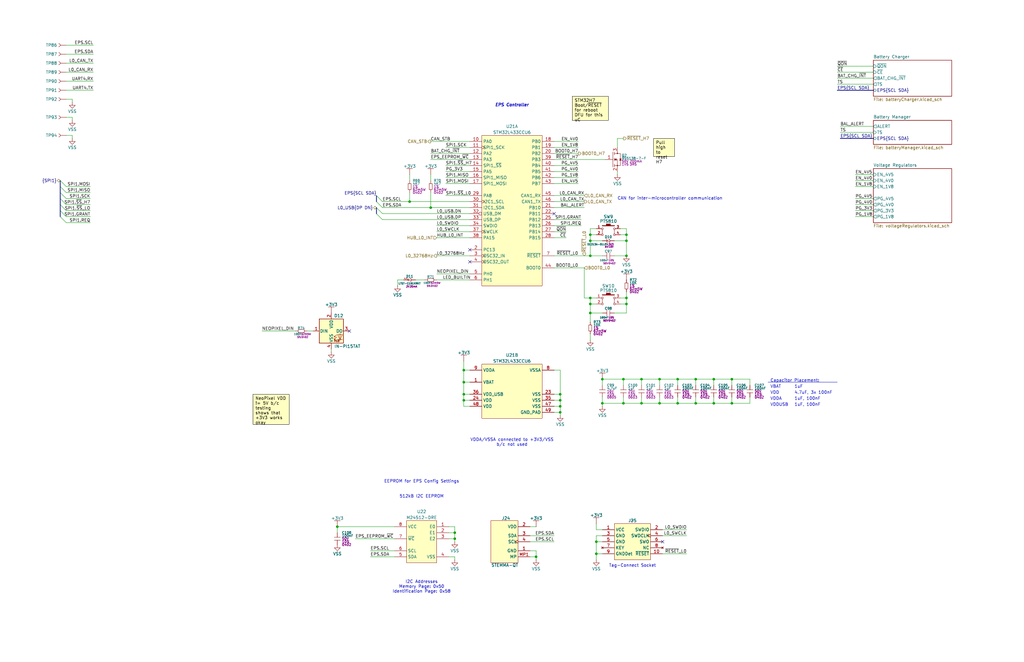
<source format=kicad_sch>
(kicad_sch (version 20250114) (generator "eeschema") (generator_version "9.0")
  (paper "B")
  (title_block (title "Awohali - EPS Controller") (date "2025-04-15") (rev "1") (comment 2 "PROTOTYPE") (comment 3 "2025"))
  (bus_alias "SPI1" (members "SPI1.MOSI" "SPI1.MISO" "SPI1.SCK" "SPI1.~{SS}_H7" "SPI1.~{SS}_L0"))
  (text "EEPROM for EPS Config Settings" (at 177.8 203.2 0) (effects (font (size 1.27 1.27))))
  (text "Tag-Connect Socket" (at 266.7 238.76 0) (effects (font (size 1.27 1.27))))
  (text "512kB I2C EEPROM" (at 177.8 209.55 0) (effects (font (size 1.27 1.27))))
  (text "I2C Addresses\nMemory Page: 0x50\nIdentification Page: 0x58" (at 177.8 247.65 0) (effects (font (size 1.27 1.27) (thickness 0.1588))))
  (text "CAN for inter-microcontroller communication" (at 260.35 83.82 0) (effects (font (size 1.27 1.27)) (justify left)))
  (text "VDDA/VSSA connected to +3V3/VSS\nb/c not used" (at 215.9 186.69 0) (effects (font (size 1.27 1.27))))
  (text "EPS Controller" (at 215.9 44.45 0) (effects (font (size 1.27 1.27) (thickness 0.254) (bold yes) (italic yes))))
  (text_box "NeoPixel VDD != 5V b/c testing \nshows that +3V3 works okay" (at 106.68 166.37 0) (size 15.24 12.7) (margins 0.9525 0.9525 0.9525 0.9525) (stroke (width 0) (color 0 0 0 1)) (fill (type color) (color 255 255 194 1)) (effects (font (size 1.27 1.27)) (justify left top)))
  (text_box "STM32H7 Boot/~{RESET} for reboot DFU for this uC" (at 241.3 40.64 0) (size 15.24 10.16) (margins 0.9525 0.9525 0.9525 0.9525) (stroke (width 0) (color 0 0 0 1)) (fill (type color) (color 255 255 194 1)) (effects (font (size 1.27 1.27)) (justify left top)))
  (text_box "Pull high to reset H7" (at 275.59 58.42 0) (size 8.89 7.62) (margins 0.9525 0.9525 0.9525 0.9525) (stroke (width 0) (color 0 0 0 1)) (fill (type color) (color 255 255 194 1)) (effects (font (size 1.27 1.27)) (justify left top)))
  (junction (at 262.89 160.02))
  (junction (at 270.51 160.02))
  (junction (at 285.75 170.18))
  (junction (at 191.77 227.33))
  (junction (at 308.61 160.02))
  (junction (at 270.51 170.18))
  (junction (at 248.92 128.27))
  (junction (at 191.77 224.79))
  (junction (at 248.92 125.73))
  (junction (at 264.16 99.06))
  (junction (at 236.22 173.99))
  (junction (at 181.61 87.63))
  (junction (at 285.75 160.02))
  (junction (at 264.16 101.6))
  (junction (at 142.24 222.25))
  (junction (at 195.58 161.29))
  (junction (at 264.16 128.27))
  (junction (at 262.89 170.18))
  (junction (at 236.22 168.91))
  (junction (at 195.58 168.91))
  (junction (at 264.16 107.95))
  (junction (at 248.92 101.6))
  (junction (at 308.61 170.18))
  (junction (at 226.06 234.95))
  (junction (at 248.92 107.95))
  (junction (at 254 160.02))
  (junction (at 293.37 160.02))
  (junction (at 172.72 85.09))
  (junction (at 195.58 156.21))
  (junction (at 293.37 170.18))
  (junction (at 300.99 170.18))
  (junction (at 264.16 125.73))
  (junction (at 248.92 132.08))
  (junction (at 251.46 228.6))
  (junction (at 195.58 166.37))
  (junction (at 248.92 99.06))
  (junction (at 236.22 171.45))
  (junction (at 251.46 233.68))
  (junction (at 278.13 160.02))
  (junction (at 278.13 170.18))
  (junction (at 236.22 166.37))
  (junction (at 300.99 160.02))
  (junction (at 254 170.18))
  (no_connect (at 233.68 90.17))
  (no_connect (at 147.32 139.7))
  (no_connect (at 198.12 105.41))
  (no_connect (at 198.12 110.49))
  (no_connect (at 279.4 228.6))
  (bus_entry (at 161.29 90.17) (size -2.54 -2.54))
  (bus_entry (at 161.29 92.71) (size -2.54 -2.54))
  (bus_entry (at 27.94 86.36) (size -2.54 -2.54))
  (bus_entry (at 161.29 85.09) (size -2.54 -2.54))
  (bus_entry (at 161.29 87.63) (size -2.54 -2.54))
  (bus_entry (at 27.94 78.74) (size -2.54 -2.54))
  (bus_entry (at 27.94 83.82) (size -2.54 -2.54))
  (bus_entry (at 27.94 88.9) (size -2.54 -2.54))
  (bus_entry (at 27.94 93.98) (size -2.54 -2.54))
  (bus_entry (at 27.94 91.44) (size -2.54 -2.54))
  (bus_entry (at 27.94 81.28) (size -2.54 -2.54))
  (wire (pts (xy 264.16 128.27) (xy 264.16 132.08)))
  (wire (pts (xy 223.52 222.25) (xy 226.06 222.25)))
  (wire (pts (xy 195.58 171.45) (xy 195.58 168.91)))
  (wire (pts (xy 187.96 74.93) (xy 198.12 74.93)))
  (wire (pts (xy 39.37 22.86) (xy 27.94 22.86)))
  (wire (pts (xy 198.12 72.39) (xy 187.96 72.39)))
  (wire (pts (xy 278.13 160.02) (xy 278.13 162.56)))
  (wire (pts (xy 172.72 73.66) (xy 172.72 76.2)))
  (wire (pts (xy 184.15 115.57) (xy 198.12 115.57)))
  (wire (pts (xy 254 160.02) (xy 254 162.56)))
  (wire (pts (xy 181.61 81.28) (xy 181.61 87.63)))
  (wire (pts (xy 246.38 82.55) (xy 233.68 82.55)))
  (wire (pts (xy 251.46 228.6) (xy 251.46 233.68)))
  (wire (pts (xy 195.58 156.21) (xy 198.12 156.21)))
  (wire (pts (xy 248.92 99.06) (xy 248.92 101.6)))
  (wire (pts (xy 181.61 73.66) (xy 181.61 76.2)))
  (wire (pts (xy 39.37 26.67) (xy 27.94 26.67)))
  (wire (pts (xy 191.77 227.33) (xy 189.23 227.33)))
  (wire (pts (xy 300.99 160.02) (xy 308.61 160.02)))
  (wire (pts (xy 316.23 170.18) (xy 308.61 170.18)))
  (wire (pts (xy 184.15 118.11) (xy 198.12 118.11)))
  (wire (pts (xy 360.68 76.2) (xy 368.3 76.2)))
  (wire (pts (xy 191.77 224.79) (xy 191.77 227.33)))
  (wire (pts (xy 139.7 147.32) (xy 139.7 148.59)))
  (wire (pts (xy 279.4 233.68) (xy 289.56 233.68)))
  (wire (pts (xy 285.75 167.64) (xy 285.75 170.18)))
  (wire (pts (xy 248.92 128.27) (xy 248.92 132.08)))
  (wire (pts (xy 181.61 67.31) (xy 198.12 67.31)))
  (bus (pts (xy 354.33 58.42) (xy 368.3 58.42)))
  (wire (pts (xy 110.49 139.7) (xy 124.46 139.7)))
  (wire (pts (xy 254 226.06) (xy 251.46 226.06)))
  (wire (pts (xy 251.46 236.22) (xy 251.46 233.68)))
  (wire (pts (xy 38.1 83.82) (xy 27.94 83.82)))
  (wire (pts (xy 233.68 67.31) (xy 255.27 67.31)))
  (wire (pts (xy 38.1 88.9) (xy 27.94 88.9)))
  (wire (pts (xy 248.92 99.06) (xy 251.46 99.06)))
  (wire (pts (xy 248.92 132.08) (xy 248.92 135.89)))
  (wire (pts (xy 360.68 73.66) (xy 368.3 73.66)))
  (wire (pts (xy 226.06 232.41) (xy 226.06 234.95)))
  (wire (pts (xy 243.84 72.39) (xy 233.68 72.39)))
  (wire (pts (xy 236.22 156.21) (xy 236.22 166.37)))
  (wire (pts (xy 187.96 82.55) (xy 198.12 82.55)))
  (wire (pts (xy 279.4 223.52) (xy 289.56 223.52)))
  (wire (pts (xy 251.46 220.98) (xy 251.46 223.52)))
  (wire (pts (xy 184.15 95.25) (xy 198.12 95.25)))
  (wire (pts (xy 195.58 168.91) (xy 198.12 168.91)))
  (wire (pts (xy 142.24 222.25) (xy 142.24 224.79)))
  (wire (pts (xy 270.51 167.64) (xy 270.51 170.18)))
  (bus (pts (xy 158.75 82.55) (xy 158.75 85.09)))
  (wire (pts (xy 270.51 160.02) (xy 270.51 162.56)))
  (wire (pts (xy 353.06 27.94) (xy 368.3 27.94)))
  (wire (pts (xy 360.68 91.44) (xy 368.3 91.44)))
  (wire (pts (xy 248.92 132.08) (xy 254 132.08)))
  (wire (pts (xy 38.1 86.36) (xy 27.94 86.36)))
  (wire (pts (xy 259.08 107.95) (xy 264.16 107.95)))
  (wire (pts (xy 184.15 107.95) (xy 198.12 107.95)))
  (wire (pts (xy 233.68 74.93) (xy 243.84 74.93)))
  (wire (pts (xy 198.12 64.77) (xy 181.61 64.77)))
  (bus (pts (xy 25.4 88.9) (xy 25.4 91.44)))
  (wire (pts (xy 30.48 58.42) (xy 30.48 57.15)))
  (wire (pts (xy 166.37 234.95) (xy 156.21 234.95)))
  (wire (pts (xy 233.68 107.95) (xy 248.92 107.95)))
  (bus (pts (xy 353.06 38.1) (xy 368.3 38.1)))
  (wire (pts (xy 308.61 160.02) (xy 308.61 162.56)))
  (bus (pts (xy 25.4 86.36) (xy 25.4 88.9)))
  (wire (pts (xy 243.84 64.77) (xy 233.68 64.77)))
  (wire (pts (xy 316.23 167.64) (xy 316.23 170.18)))
  (wire (pts (xy 195.58 166.37) (xy 198.12 166.37)))
  (wire (pts (xy 30.48 43.18) (xy 30.48 41.91)))
  (wire (pts (xy 251.46 223.52) (xy 254 223.52)))
  (wire (pts (xy 181.61 87.63) (xy 161.29 87.63)))
  (wire (pts (xy 243.84 69.85) (xy 233.68 69.85)))
  (wire (pts (xy 264.16 132.08) (xy 259.08 132.08)))
  (wire (pts (xy 260.35 72.39) (xy 260.35 73.66)))
  (wire (pts (xy 285.75 170.18) (xy 293.37 170.18)))
  (wire (pts (xy 142.24 222.25) (xy 166.37 222.25)))
  (wire (pts (xy 39.37 38.1) (xy 27.94 38.1)))
  (wire (pts (xy 27.94 91.44) (xy 38.1 91.44)))
  (wire (pts (xy 360.68 86.36) (xy 368.3 86.36)))
  (wire (pts (xy 248.92 125.73) (xy 248.92 128.27)))
  (wire (pts (xy 262.89 160.02) (xy 262.89 162.56)))
  (wire (pts (xy 166.37 232.41) (xy 156.21 232.41)))
  (wire (pts (xy 285.75 160.02) (xy 285.75 162.56)))
  (wire (pts (xy 270.51 170.18) (xy 278.13 170.18)))
  (wire (pts (xy 195.58 152.4) (xy 195.58 156.21)))
  (wire (pts (xy 254 170.18) (xy 262.89 170.18)))
  (wire (pts (xy 293.37 170.18) (xy 300.99 170.18)))
  (wire (pts (xy 175.26 118.11) (xy 179.07 118.11)))
  (wire (pts (xy 38.1 78.74) (xy 27.94 78.74)))
  (wire (pts (xy 261.62 96.52) (xy 264.16 96.52)))
  (wire (pts (xy 233.68 92.71) (xy 245.11 92.71)))
  (wire (pts (xy 233.68 173.99) (xy 236.22 173.99)))
  (wire (pts (xy 248.92 128.27) (xy 251.46 128.27)))
  (wire (pts (xy 191.77 234.95) (xy 189.23 234.95)))
  (wire (pts (xy 246.38 113.03) (xy 246.38 125.73)))
  (wire (pts (xy 233.68 59.69) (xy 243.84 59.69)))
  (wire (pts (xy 233.68 113.03) (xy 246.38 113.03)))
  (wire (pts (xy 248.92 140.97) (xy 248.92 143.51)))
  (wire (pts (xy 236.22 166.37) (xy 233.68 166.37)))
  (wire (pts (xy 198.12 171.45) (xy 195.58 171.45)))
  (wire (pts (xy 181.61 59.69) (xy 198.12 59.69)))
  (wire (pts (xy 254 170.18) (xy 254 171.45)))
  (wire (pts (xy 236.22 168.91) (xy 236.22 171.45)))
  (wire (pts (xy 161.29 90.17) (xy 198.12 90.17)))
  (wire (pts (xy 184.15 100.33) (xy 198.12 100.33)))
  (wire (pts (xy 260.35 58.42) (xy 260.35 62.23)))
  (wire (pts (xy 360.68 83.82) (xy 368.3 83.82)))
  (wire (pts (xy 172.72 85.09) (xy 161.29 85.09)))
  (wire (pts (xy 316.23 162.56) (xy 316.23 160.02)))
  (wire (pts (xy 300.99 162.56) (xy 300.99 160.02)))
  (wire (pts (xy 30.48 57.15) (xy 27.94 57.15)))
  (wire (pts (xy 251.46 226.06) (xy 251.46 228.6)))
  (wire (pts (xy 189.23 222.25) (xy 191.77 222.25)))
  (wire (pts (xy 246.38 85.09) (xy 233.68 85.09)))
  (wire (pts (xy 238.76 100.33) (xy 233.68 100.33)))
  (wire (pts (xy 30.48 41.91) (xy 27.94 41.91)))
  (wire (pts (xy 195.58 161.29) (xy 198.12 161.29)))
  (wire (pts (xy 259.08 101.6) (xy 264.16 101.6)))
  (bus (pts (xy 158.75 87.63) (xy 158.75 90.17)))
  (wire (pts (xy 251.46 125.73) (xy 248.92 125.73)))
  (wire (pts (xy 233.68 95.25) (xy 245.11 95.25)))
  (wire (pts (xy 195.58 161.29) (xy 195.58 166.37)))
  (wire (pts (xy 243.84 77.47) (xy 233.68 77.47)))
  (wire (pts (xy 248.92 101.6) (xy 248.92 107.95)))
  (wire (pts (xy 187.96 77.47) (xy 198.12 77.47)))
  (wire (pts (xy 236.22 173.99) (xy 236.22 175.26)))
  (wire (pts (xy 270.51 160.02) (xy 278.13 160.02)))
  (wire (pts (xy 254 167.64) (xy 254 170.18)))
  (wire (pts (xy 316.23 160.02) (xy 308.61 160.02)))
  (wire (pts (xy 261.62 128.27) (xy 264.16 128.27)))
  (wire (pts (xy 226.06 236.22) (xy 226.06 234.95)))
  (wire (pts (xy 30.48 49.53) (xy 27.94 49.53)))
  (wire (pts (xy 354.33 55.88) (xy 368.3 55.88)))
  (wire (pts (xy 248.92 107.95) (xy 254 107.95)))
  (wire (pts (xy 161.29 92.71) (xy 198.12 92.71)))
  (wire (pts (xy 187.96 69.85) (xy 198.12 69.85)))
  (wire (pts (xy 300.99 167.64) (xy 300.99 170.18)))
  (wire (pts (xy 278.13 167.64) (xy 278.13 170.18)))
  (wire (pts (xy 191.77 222.25) (xy 191.77 224.79)))
  (wire (pts (xy 261.62 99.06) (xy 264.16 99.06)))
  (wire (pts (xy 248.92 96.52) (xy 248.92 99.06)))
  (wire (pts (xy 246.38 125.73) (xy 248.92 125.73)))
  (wire (pts (xy 285.75 160.02) (xy 293.37 160.02)))
  (wire (pts (xy 238.76 97.79) (xy 233.68 97.79)))
  (wire (pts (xy 278.13 170.18) (xy 285.75 170.18)))
  (wire (pts (xy 360.68 78.74) (xy 368.3 78.74)))
  (wire (pts (xy 233.68 156.21) (xy 236.22 156.21)))
  (wire (pts (xy 246.38 87.63) (xy 233.68 87.63)))
  (wire (pts (xy 149.86 227.33) (xy 166.37 227.33)))
  (wire (pts (xy 226.06 234.95) (xy 223.52 234.95)))
  (bus (pts (xy 25.4 78.74) (xy 25.4 76.2)))
  (wire (pts (xy 262.89 160.02) (xy 270.51 160.02)))
  (wire (pts (xy 233.68 228.6) (xy 223.52 228.6)))
  (bus (pts (xy 25.4 83.82) (xy 25.4 81.28)))
  (wire (pts (xy 198.12 85.09) (xy 172.72 85.09)))
  (wire (pts (xy 233.68 168.91) (xy 236.22 168.91)))
  (wire (pts (xy 360.68 88.9) (xy 368.3 88.9)))
  (wire (pts (xy 262.89 170.18) (xy 270.51 170.18)))
  (wire (pts (xy 30.48 50.8) (xy 30.48 49.53)))
  (wire (pts (xy 184.15 97.79) (xy 198.12 97.79)))
  (wire (pts (xy 264.16 96.52) (xy 264.16 99.06)))
  (wire (pts (xy 187.96 62.23) (xy 198.12 62.23)))
  (wire (pts (xy 262.89 58.42) (xy 260.35 58.42)))
  (bus (pts (xy 25.4 81.28) (xy 25.4 78.74)))
  (wire (pts (xy 248.92 101.6) (xy 254 101.6)))
  (wire (pts (xy 27.94 93.98) (xy 38.1 93.98)))
  (wire (pts (xy 293.37 167.64) (xy 293.37 170.18)))
  (wire (pts (xy 243.84 62.23) (xy 233.68 62.23)))
  (wire (pts (xy 354.33 53.34) (xy 368.3 53.34)))
  (wire (pts (xy 39.37 19.05) (xy 27.94 19.05)))
  (wire (pts (xy 236.22 166.37) (xy 236.22 168.91)))
  (wire (pts (xy 264.16 125.73) (xy 264.16 128.27)))
  (wire (pts (xy 195.58 168.91) (xy 195.58 166.37)))
  (wire (pts (xy 262.89 167.64) (xy 262.89 170.18)))
  (wire (pts (xy 236.22 171.45) (xy 236.22 173.99)))
  (wire (pts (xy 279.4 226.06) (xy 289.56 226.06)))
  (wire (pts (xy 191.77 236.22) (xy 191.77 234.95)))
  (wire (pts (xy 254 228.6) (xy 251.46 228.6)))
  (wire (pts (xy 39.37 30.48) (xy 27.94 30.48)))
  (wire (pts (xy 27.94 81.28) (xy 38.1 81.28)))
  (wire (pts (xy 264.16 101.6) (xy 264.16 107.95)))
  (wire (pts (xy 300.99 170.18) (xy 308.61 170.18)))
  (wire (pts (xy 278.13 160.02) (xy 285.75 160.02)))
  (wire (pts (xy 261.62 125.73) (xy 264.16 125.73)))
  (wire (pts (xy 254 160.02) (xy 262.89 160.02)))
  (wire (pts (xy 172.72 81.28) (xy 172.72 85.09)))
  (wire (pts (xy 191.77 228.6) (xy 191.77 227.33)))
  (wire (pts (xy 264.16 123.19) (xy 264.16 125.73)))
  (wire (pts (xy 233.68 226.06) (xy 223.52 226.06)))
  (wire (pts (xy 198.12 87.63) (xy 181.61 87.63)))
  (wire (pts (xy 264.16 99.06) (xy 264.16 101.6)))
  (wire (pts (xy 251.46 233.68) (xy 254 233.68)))
  (wire (pts (xy 308.61 167.64) (xy 308.61 170.18)))
  (wire (pts (xy 189.23 224.79) (xy 191.77 224.79)))
  (wire (pts (xy 353.06 30.48) (xy 368.3 30.48)))
  (wire (pts (xy 233.68 171.45) (xy 236.22 171.45)))
  (wire (pts (xy 223.52 232.41) (xy 226.06 232.41)))
  (wire (pts (xy 251.46 96.52) (xy 248.92 96.52)))
  (wire (pts (xy 167.64 120.65) (xy 167.64 118.11)))
  (wire (pts (xy 129.54 139.7) (xy 132.08 139.7)))
  (wire (pts (xy 167.64 118.11) (xy 170.18 118.11)))
  (wire (pts (xy 195.58 156.21) (xy 195.58 161.29)))
  (wire (pts (xy 353.06 33.02) (xy 368.3 33.02)))
  (wire (pts (xy 39.37 34.29) (xy 27.94 34.29)))
  (wire (pts (xy 293.37 160.02) (xy 300.99 160.02)))
  (wire (pts (xy 353.06 35.56) (xy 368.3 35.56)))
  (bus (pts (xy 25.4 86.36) (xy 25.4 83.82)))
  (wire (pts (xy 293.37 162.56) (xy 293.37 160.02)))
  (table (column_count 2) (border (external no) (header yes) (stroke (width -0.0001))) (separators (rows no) (cols no)) (column_widths 10.16 19.05) (row_heights 2.54 2.54 2.54 2.54 2.54) (cells (table_cell "Capacitor Placement:" (at 323.85 158.75 0) (size 29.21 2.54) (margins 0.9525 0.9525 0.9525 0.9525) (span 2 1)) (table_cell "rgb(131, 134, 137)" (at 334.01 158.75 0) (size 19.05 2.54) (margins 0.9525 0.9525 0.9525 0.9525) (span 0 0)) (table_cell "VBAT" (at 323.85 161.29 0) (size 10.16 2.54) (margins 0.9525 0.9525 0.9525 0.9525) (span 1 1)) (table_cell "1uF" (at 334.01 161.29 0) (size 19.05 2.54) (margins 0.9525 0.9525 0.9525 0.9525) (span 1 1)) (table_cell "VDD" (at 323.85 163.83 0) (size 10.16 2.54) (margins 0.9525 0.9525 0.9525 0.9525) (span 1 1)) (table_cell "4.7uF, 3x 100nF" (at 334.01 163.83 0) (size 19.05 2.54) (margins 0.9525 0.9525 0.9525 0.9525) (span 1 1)) (table_cell "VDDA" (at 323.85 166.37 0) (size 10.16 2.54) (margins 0.9525 0.9525 0.9525 0.9525) (span 1 1)) (table_cell "1uF, 100nF" (at 334.01 166.37 0) (size 19.05 2.54) (margins 0.9525 0.9525 0.9525 0.9525) (span 1 1)) (table_cell "VDDUSB" (at 323.85 168.91 0) (size 10.16 2.54) (margins 0.9525 0.9525 0.9525 0.9525) (span 1 1)) (table_cell "1uF, 100nF" (at 334.01 168.91 0) (size 19.05 2.54) (margins 0.9525 0.9525 0.9525 0.9525) (span 1 1))))
  (label "NEOPIXEL_DIN" (at 110.49 139.7 0))
  (label "PG_1V8" (at 243.84 74.93 180))
  (label "BAL_ALERT" (at 354.33 53.34 0))
  (label "EN_4V5" (at 360.68 73.66 0))
  (label "NEOPIXEL_DIN" (at 184.15 115.57 0))
  (label "UART4.TX" (at 39.37 38.1 180))
  (label "SPI1.~{SS}_LO" (at 38.1 88.9 180))
  (label "PG_4V0" (at 243.84 72.39 180))
  (label "~{RESET}_L0" (at 243.84 107.95 180))
  (label "~{QON}" (at 353.06 27.94 0))
  (label "PG_3V3" (at 187.96 72.39 0))
  (label "SPI1.~{SS}_H7" (at 38.1 86.36 180))
  (label "SPI1.SCK" (at 38.1 83.82 180))
  (label "~{CE}" (at 353.06 30.48 0))
  (label "L0_CAN_TX" (at 246.38 85.09 180))
  (label "L0_USB.DN" (at 184.15 90.17 0))
  (label "EPS{SCL SDA}" (at 158.75 82.55 180))
  (label "BAL_ALERT" (at 246.38 87.63 180))
  (label "PG_4V0" (at 360.68 86.36 0))
  (label "TS" (at 353.06 35.56 0))
  (label "TS" (at 354.33 55.88 0))
  (label "LED_BUILTIN" (at 186.69 118.11 0))
  (label "L0_CAN_TX" (at 39.37 26.67 180))
  (label "EPS{SCL SDA}" (at 354.33 58.42 0))
  (label "EPS.SCL" (at 161.29 85.09 0))
  (label "EPS{SCL SDA}" (at 353.06 38.1 0))
  (label "BOOT0_L0" (at 243.84 113.03 180))
  (label "BAT_CHG_~{INT}" (at 353.06 33.02 0))
  (label "EPS.SDA" (at 161.29 87.63 0))
  (label "L0_SWCLK" (at 289.56 226.06 180))
  (label "L0_SWDIO" (at 289.56 223.52 180))
  (label "EPS.SDA" (at 156.21 234.95 0))
  (label "EPS.SCL" (at 39.37 19.05 180))
  (label "L0_CAN_RX" (at 39.37 30.48 180))
  (label "EN_1V8" (at 360.68 78.74 0))
  (label "SPI1.~{SS}_H7" (at 187.96 69.85 0))
  (label "SPI1.SCK" (at 187.96 62.23 0))
  (label "EN_1V8" (at 243.84 62.23 180))
  (label "PG_4V5" (at 243.84 69.85 180))
  (label "L0_32768Hz" (at 184.15 107.95 0))
  (label "EPS_EEPROM_~{WC}" (at 181.61 67.31 0))
  (label "EPS.SDA" (at 233.68 226.06 180))
  (label "SPI1.MISO" (at 187.96 74.93 0))
  (label "EN_4V5" (at 243.84 77.47 180))
  (label "L0_CAN_RX" (at 246.38 82.55 180))
  (label "SPI1.MOSI" (at 38.1 78.74 180))
  (label "SPI1.~{SS}_L0" (at 187.96 82.55 0))
  (label "BOOT0_H7" (at 243.84 64.77 180))
  (label "SPI1.GRANT" (at 38.1 91.44 180))
  (label "~{RESET}_H7" (at 243.84 67.31 180))
  (label "PG_4V5" (at 360.68 83.82 0))
  (label "L0_SWCLK" (at 184.15 97.79 0))
  (label "SPI1.REQ" (at 245.11 95.25 180))
  (label "HUB_L0_INT" (at 184.15 100.33 0))
  (label "EPS.SCL" (at 233.68 228.6 180))
  (label "EN_4V0" (at 243.84 59.69 180))
  (label "PG_3V3" (at 360.68 88.9 0))
  (label "UART4.RX" (at 39.37 34.29 180))
  (label "EN_4V0" (at 360.68 76.2 0))
  (label "~{QON}" (at 238.76 97.79 180))
  (label "SPI1.MOSI" (at 187.96 77.47 0))
  (label "EPS.SDA" (at 39.37 22.86 180))
  (label "EPS_EEPROM_~{WC}" (at 149.86 227.33 0))
  (label "CAN_STB" (at 181.61 59.69 0))
  (label "PG_1V8" (at 360.68 91.44 0))
  (label "~{RESET}_L0" (at 289.56 233.68 180))
  (label "L0_USB.DP" (at 184.15 92.71 0))
  (label "SPI1.MISO" (at 38.1 81.28 180))
  (label "EPS.SCL" (at 156.21 232.41 0))
  (label "L0_SWDIO" (at 184.15 95.25 0))
  (label "SPI1.GRANT" (at 245.11 92.71 180))
  (label "BAT_CHG_~{INT}" (at 181.61 64.77 0))
  (label "~{CE}" (at 238.76 100.33 180))
  (label "SPI1.REQ" (at 38.1 93.98 180))
  (hierarchical_label "{SPI1}" (shape bidirectional) (at 25.4 76.2 180))
  (hierarchical_label "L0_CAN_RX" (shape input) (at 246.38 82.55 0))
  (hierarchical_label "L0_CAN_TX" (shape output) (at 246.38 85.09 0))
  (hierarchical_label "BOOT0_H7" (shape output) (at 243.84 64.77 0))
  (hierarchical_label "L0_USB{DP DN}" (shape bidirectional) (at 158.75 87.63 180))
  (hierarchical_label "~{RESET}_H7" (shape output) (at 262.89 58.42 0))
  (hierarchical_label "BOOT0_L0" (shape input) (at 246.38 113.03 0))
  (hierarchical_label "CAN_STB" (shape output) (at 181.61 59.69 180))
  (hierarchical_label "HUB_L0_INT" (shape input) (at 184.15 100.33 180))
  (hierarchical_label "L0_32768Hz" (shape output) (at 184.15 107.95 180))
  (hierarchical_label "~{RESET}_L0" (shape input) (at 246.38 107.95 90))
  (symbol (lib_id "lib_sch:NMOS_GSD") (at 260.35 67.31 270) (unit 1)
    (property "Reference" "Q2" (at 262.128 65.532 90) (effects (font (size 1.016 1.016)) (justify left)))
    (property "Value" "BSS138-7-F" (at 262.128 66.802 90) (effects (font (size 1.016 1.016)) (justify left)))
    (property "Footprint" "lib_ICs:SOT23" (effects (hide yes)))
    (property "Datasheet" "datasheets/Diodes-Incorporated-BSS138.pdf" (effects (hide yes)))
    (property "Description" "MOSFET N-CH 50V 200MA SOT23-3" (effects (hide yes)))
    (property "Manufacturer" "Diodes Incorporated" (effects (hide yes)))
    (property "MPN" "BSS138-7-F" (effects (hide yes)))
    (property "DKPN" "BSS138-FDICT-ND" (effects (hide yes)))
    (property "VDSS" "50V" (at 262.128 68.072 90) (effects (font (size 1.016 1.016)) (justify left)))
    (property "VGSTH" "1V5" (at 262.128 69.342 90) (effects (font (size 1.016 1.016)) (justify left)))
    (property "ID" "200mA" (at 265.43 68.072 90) (effects (font (size 1.016 1.016)) (justify left)))
    (property "RDSON" "3R5" (at 265.43 69.342 90) (effects (font (size 1.016 1.016)) (justify left)))
  )
  (symbol (lib_id "lib_sch:Testpoint") (at 25.4 49.53 0) (unit 1)
    (property "Reference" "TP93" (at 24.13 49.53 0) (effects (justify right)))
    (property "Value" "RCWCTE" (effects (hide yes)))
    (property "Footprint" "lib_misc:TP_RCW" (effects (hide yes)))
    (property "Datasheet" "datasheets/KOA-RC-Series.pdf" (effects (hide yes)))
    (property "Description" "PC TEST POINT" (effects (hide yes)))
    (property "Manufacturer" "KOA Speer Electronics, Inc." (effects (hide yes)))
    (property "MPN" "RCWCTE" (effects (hide yes)))
    (property "DKPN" "2019-RCWCTECT-ND" (effects (hide yes)))
  )
  (symbol (lib_id "lib_pwr:VSS") (at 139.7 148.59 0) (unit 1)
    (property "Reference" "#PWR0233" (effects (hide yes)))
    (property "Value" "VSS" (at 139.7 152.4 0))
  )
  (symbol (lib_id "lib_sch:SPST-NO Button") (at 256.54 127 0) (unit 1)
    (property "Reference" "SW10" (at 256.54 120.65 0))
    (property "Value" "PTS810" (at 256.54 122.555 0))
    (property "Footprint" "lib_switches:PTS810" (effects (hide yes)))
    (property "Datasheet" "datasheets/C&K-PTS810.pdf" (effects (hide yes)))
    (property "Description" "SWITCH TACTILE SPST-NO 0.05A 16V" (effects (hide yes)))
    (property "Manufacturer" "C&K" (effects (hide yes)))
    (property "MPN" "PTS810SJM250SMTR LFS" (effects (hide yes)))
    (property "DKPN" "CKN10502CT-ND" (effects (hide yes)))
  )
  (symbol (lib_id "lib_sch:C") (at 300.99 165.1 0) (unit 1)
    (property "Reference" "C105" (at 302.895 162.56 0) (effects (font (size 1.016 1.016)) (justify left)))
    (property "Value" "100nF" (at 302.895 163.83 0) (effects (font (size 1.016 1.016)) (justify left)))
    (property "Footprint" "lib_passives:GCM0402" (effects (hide yes)))
    (property "Datasheet" "datasheets/Murata-Electronics-GRT155R71H104KE01.pdf" (effects (hide yes)))
    (property "Description" "CAP CER 0.1UF 50V X7R 0402" (effects (hide yes)))
    (property "Manufacturer" "Murata Electronics" (effects (hide yes)))
    (property "MPN" "GRT155R71H104KE01D" (effects (hide yes)))
    (property "DKPN" "490-GRT155R71H104KE01DCT-ND" (effects (hide yes)))
    (property "Tolerance" "10%" (at 302.895 166.37 0) (effects (font (size 1.016 1.016)) (justify left)))
    (property "Voltage Rating" "50V" (at 302.895 165.1 0) (effects (font (size 1.016 1.016)) (justify left)))
    (property "Package" "0402" (at 302.895 167.64 0) (effects (font (size 1.016 1.016)) (justify left)))
  )
  (symbol (lib_id "lib_pwr:+3V3") (at 172.72 73.66 0) (mirror y) (unit 1)
    (property "Reference" "#PWR0225" (effects (hide yes)))
    (property "Value" "+3V3" (at 172.72 70.104 0))
  )
  (symbol (lib_id "lib_sch:SPST-NO Button") (at 256.54 97.79 0) (unit 1)
    (property "Reference" "SW9" (at 256.54 91.44 0))
    (property "Value" "PTS810" (at 256.54 93.345 0))
    (property "Footprint" "lib_switches:PTS810" (effects (hide yes)))
    (property "Datasheet" "datasheets/C&K-PTS810.pdf" (effects (hide yes)))
    (property "Description" "SWITCH TACTILE SPST-NO 0.05A 16V" (effects (hide yes)))
    (property "Manufacturer" "C&K" (effects (hide yes)))
    (property "MPN" "PTS810SJM250SMTR LFS" (effects (hide yes)))
    (property "DKPN" "CKN10502CT-ND" (effects (hide yes)))
  )
  (symbol (lib_id "lib_sch:Testpoint") (at 25.4 57.15 0) (unit 1)
    (property "Reference" "TP94" (at 24.13 57.15 0) (effects (justify right)))
    (property "Value" "RCWCTE" (effects (hide yes)))
    (property "Footprint" "lib_misc:TP_RCW" (effects (hide yes)))
    (property "Datasheet" "datasheets/KOA-RC-Series.pdf" (effects (hide yes)))
    (property "Description" "PC TEST POINT" (effects (hide yes)))
    (property "Manufacturer" "KOA Speer Electronics, Inc." (effects (hide yes)))
    (property "MPN" "RCWCTE" (effects (hide yes)))
    (property "DKPN" "2019-RCWCTECT-ND" (effects (hide yes)))
  )
  (symbol (lib_id "lib_sch:R") (at 172.72 78.74 0) (unit 1)
    (property "Reference" "R69" (at 173.99 76.2 0) (effects (font (size 1.016 1.016)) (justify left)))
    (property "Value" "4K7" (at 173.99 77.47 0) (effects (font (size 1.016 1.016)) (justify left)))
    (property "Footprint" "lib_passives:CRCW0402" (effects (hide yes)))
    (property "Datasheet" "datasheets/Vishay-Dale-DCRCWe3.pdf" (effects (hide yes)))
    (property "Description" "RES SMD 4.7K OHM 1% 1/16W 0402" (effects (hide yes)))
    (property "Manufacturer" "Vishay Dale" (effects (hide yes)))
    (property "MPN" "CRCW04024K70FKED" (effects (hide yes)))
    (property "DKPN" "541-4.70KLCT-ND" (effects (hide yes)))
    (property "Tolerance" "1%" (at 173.99 78.74 0) (effects (font (size 1.016 1.016)) (justify left)))
    (property "Power Rating" "62m5W" (at 173.99 80.01 0) (effects (font (size 1.016 1.016)) (justify left)))
    (property "Package" "0402" (at 173.99 81.28 0) (effects (font (size 1.016 1.016)) (justify left)))
  )
  (symbol (lib_id "lib_pwr:VSS") (at 191.77 228.6 0) (unit 1)
    (property "Reference" "#PWR0241" (effects (hide yes)))
    (property "Value" "VSS" (at 191.77 232.41 0))
  )
  (symbol (lib_id "lib_pwr:+3V3") (at 264.16 118.11 0) (unit 1)
    (property "Reference" "#PWR0229" (effects (hide yes)))
    (property "Value" "+3V3" (at 264.16 114.554 0))
  )
  (symbol (lib_id "lib_pwr:VSS") (at 254 171.45 0) (unit 1)
    (property "Reference" "#PWR0236" (effects (hide yes)))
    (property "Value" "VSS" (at 254 175.26 0))
  )
  (symbol (lib_id "lib_sch:C") (at 308.61 165.1 0) (unit 1)
    (property "Reference" "C106" (at 310.515 162.56 0) (effects (font (size 1.016 1.016)) (justify left)))
    (property "Value" "100nF" (at 310.515 163.83 0) (effects (font (size 1.016 1.016)) (justify left)))
    (property "Footprint" "lib_passives:GCM0402" (effects (hide yes)))
    (property "Datasheet" "datasheets/Murata-Electronics-GRT155R71H104KE01.pdf" (effects (hide yes)))
    (property "Description" "CAP CER 0.1UF 50V X7R 0402" (effects (hide yes)))
    (property "Manufacturer" "Murata Electronics" (effects (hide yes)))
    (property "MPN" "GRT155R71H104KE01D" (effects (hide yes)))
    (property "DKPN" "490-GRT155R71H104KE01DCT-ND" (effects (hide yes)))
    (property "Tolerance" "10%" (at 310.515 166.37 0) (effects (font (size 1.016 1.016)) (justify left)))
    (property "Voltage Rating" "50V" (at 310.515 165.1 0) (effects (font (size 1.016 1.016)) (justify left)))
    (property "Package" "0402" (at 310.515 167.64 0) (effects (font (size 1.016 1.016)) (justify left)))
  )
  (symbol (lib_id "lib_sch:R_horizontal") (at 127 139.7 0) (unit 1)
    (property "Reference" "R74" (at 127 138.43 0) (effects (font (size 1.016 1.016))))
    (property "Value" "100R" (at 127 140.97 0) (effects (font (size 0.762 0.762)) (justify right)))
    (property "Footprint" "lib_passives:CRCW0402" (effects (hide yes)))
    (property "Datasheet" "datasheets/Vishay-Dale-DRCWe3.pdf" (effects (hide yes)))
    (property "Description" "RES SMD 100 OHM 5% 1/16W 0402" (effects (hide yes)))
    (property "Manufacturer" "Vishay Dale" (effects (hide yes)))
    (property "MPN" "CRCW0402100RJNED" (effects (hide yes)))
    (property "DKPN" "541-100JCT-ND" (effects (hide yes)))
    (property "Tolerance" "5%" (at 127 142.24 0) (effects (font (size 0.762 0.762)) (justify right)))
    (property "Power Rating" "62m5W" (at 127 140.97 0) (effects (font (size 0.762 0.762)) (justify left)))
    (property "Package" "0402" (at 127 142.24 0) (effects (font (size 0.762 0.762)) (justify left)))
  )
  (symbol (lib_id "lib_sch:R") (at 264.16 120.65 0) (unit 1)
    (property "Reference" "R72" (at 265.43 118.11 0) (effects (font (size 1.016 1.016)) (justify left)))
    (property "Value" "10K" (at 265.43 119.38 0) (effects (font (size 1.016 1.016)) (justify left)))
    (property "Footprint" "lib_passives:CRCW0402" (effects (hide yes)))
    (property "Datasheet" "datasheets/Vishay-Dale-DCRCWe3.pdf" (effects (hide yes)))
    (property "Description" "RES SMD 10K OHM 1% 1/16W 0402" (effects (hide yes)))
    (property "Manufacturer" "Vishay Dale" (effects (hide yes)))
    (property "MPN" "CRCW040210K0FKED" (effects (hide yes)))
    (property "DKPN" "541-10.0KLCT-ND" (effects (hide yes)))
    (property "Tolerance" "1%" (at 265.43 120.65 0) (effects (font (size 1.016 1.016)) (justify left)))
    (property "Power Rating" "62m5W" (at 265.43 121.92 0) (effects (font (size 1.016 1.016)) (justify left)))
    (property "Package" "0402" (at 265.43 123.19 0) (effects (font (size 1.016 1.016)) (justify left)))
  )
  (symbol (lib_id "lib_sch:Testpoint") (at 25.4 22.86 0) (unit 1) (in_bom no)
    (property "Reference" "TP87" (at 24.13 22.86 0) (effects (justify right)))
    (property "Footprint" "lib_misc:TP_2mm" (effects (hide yes)))
    (property "Manufacturer" "N/A" (effects (hide yes)))
    (property "MPN" "N/A" (effects (hide yes)))
    (property "DKPN" "N/A" (effects (hide yes)))
  )
  (symbol (lib_id "lib_pwr:+3V3") (at 139.7 132.08 0) (unit 1)
    (property "Reference" "#PWR0231" (effects (hide yes)))
    (property "Value" "+3V3" (at 139.7 128.524 0))
  )
  (symbol (lib_id "lib_sch:Testpoint") (at 25.4 38.1 0) (unit 1) (in_bom no)
    (property "Reference" "TP91" (at 24.13 38.1 0) (effects (justify right)))
    (property "Footprint" "lib_misc:TP_2mm" (effects (hide yes)))
    (property "Manufacturer" "N/A" (effects (hide yes)))
    (property "MPN" "N/A" (effects (hide yes)))
    (property "DKPN" "N/A" (effects (hide yes)))
  )
  (symbol (lib_id "lib_pwr:VSS") (at 142.24 229.87 0) (unit 1)
    (property "Reference" "#PWR0242" (effects (hide yes)))
    (property "Value" "VSS" (at 142.24 233.68 0))
  )
  (symbol (lib_id "lib_sch:Testpoint") (at 25.4 19.05 0) (unit 1) (in_bom no)
    (property "Reference" "TP86" (at 24.13 19.05 0) (effects (justify right)))
    (property "Footprint" "lib_misc:TP_2mm" (effects (hide yes)))
    (property "Manufacturer" "N/A" (effects (hide yes)))
    (property "MPN" "N/A" (effects (hide yes)))
    (property "DKPN" "N/A" (effects (hide yes)))
  )
  (symbol (lib_id "lib_sch:C") (at 254 165.1 0) (unit 1)
    (property "Reference" "C99" (at 255.905 162.56 0) (effects (font (size 1.016 1.016)) (justify left)))
    (property "Value" "4.7uF" (at 255.905 163.83 0) (effects (font (size 1.016 1.016)) (justify left)))
    (property "Footprint" "lib_passives:GCM0805" (effects (hide yes)))
    (property "Datasheet" "datasheets/Murata-Electronics-GRT21BR71C475KE13.pdf" (effects (hide yes)))
    (property "Description" "CAP CER 4.7UF 16V X7R 0805" (effects (hide yes)))
    (property "Manufacturer" "Murata Electronics" (effects (hide yes)))
    (property "MPN" "GRT21BR71C475KE13L" (effects (hide yes)))
    (property "DKPN" "490-GRT21BR71C475KE13LCT-ND" (effects (hide yes)))
    (property "Tolerance" "10%" (at 255.905 166.37 0) (effects (font (size 1.016 1.016)) (justify left)))
    (property "Voltage Rating" "16V" (at 255.905 165.1 0) (effects (font (size 1.016 1.016)) (justify left)))
    (property "Package" "0805" (at 255.905 167.64 0) (effects (font (size 1.016 1.016)) (justify left)))
  )
  (symbol (lib_id "lib_sch:M24512-DRE") (at 177.8 228.6 0) (unit 1)
    (property "Reference" "U22" (at 177.8 215.9 0))
    (property "Value" "M24512-DRE" (at 177.8 218.44 0))
    (property "Footprint" "lib_ICs:SOIC127P600x175-8" (effects (hide yes)))
    (property "Datasheet" "datasheets/ST-M24512-DRE.pdf" (effects (hide yes)))
    (property "Description" "512-Kbit serial I²C bus EEPROM" (effects (hide yes)))
    (property "Manufacturer" "STMicroelectronics" (effects (hide yes)))
    (property "MPN" "M24512-DRMN8TP/K" (effects (hide yes)))
    (property "DKPN" "497-15341-1-ND" (effects (hide yes)))
  )
  (symbol (lib_id "lib_sch:Testpoint") (at 25.4 34.29 0) (unit 1) (in_bom no)
    (property "Reference" "TP90" (at 24.13 34.29 0) (effects (justify right)))
    (property "Footprint" "lib_misc:TP_2mm" (effects (hide yes)))
    (property "Manufacturer" "N/A" (effects (hide yes)))
    (property "MPN" "N/A" (effects (hide yes)))
    (property "DKPN" "N/A" (effects (hide yes)))
  )
  (symbol (lib_id "lib_pwr:+3V3") (at 226.06 222.25 0) (unit 1)
    (property "Reference" "#PWR0240" (effects (hide yes)))
    (property "Value" "+3V3" (at 226.06 218.694 0))
  )
  (symbol (lib_id "lib_pwr:+3V3") (at 142.24 222.25 0) (unit 1)
    (property "Reference" "#PWR0239" (effects (hide yes)))
    (property "Value" "+3V3" (at 142.24 218.694 0))
  )
  (symbol (lib_id "lib_sch:C_horizontal") (at 256.54 107.95 0) (unit 1)
    (property "Reference" "C97" (at 256.54 106.045 0) (effects (font (size 1.016 1.016))))
    (property "Value" "100nF" (at 256.54 109.855 0) (effects (font (size 0.762 0.762)) (justify right)))
    (property "Footprint" "lib_passives:GCM0402" (effects (hide yes)))
    (property "Datasheet" "datasheets/Murata-Electronics-GRT155R71H104KE01.pdf" (effects (hide yes)))
    (property "Description" "CAP CER 0.1UF 50V X7R 0402" (effects (hide yes)))
    (property "Manufacturer" "Murata Electronics" (effects (hide yes)))
    (property "MPN" "GRT155R71H104KE01D" (effects (hide yes)))
    (property "DKPN" "490-GRT155R71H104KE01DCT-ND" (effects (hide yes)))
    (property "Voltage Rating" "50V" (at 256.54 111.125 0) (effects (font (size 0.762 0.762)) (justify right)))
    (property "Package" "0402" (at 256.54 111.125 0) (effects (font (size 0.762 0.762)) (justify left)))
    (property "Tolerance" "10%" (at 256.54 109.855 0) (effects (font (size 0.762 0.762)) (justify left)))
  )
  (symbol (lib_id "lib_pwr:VSS") (at 30.48 50.8 0) (unit 1)
    (property "Reference" "#PWR0223" (effects (hide yes)))
    (property "Value" "VSS" (at 30.48 54.61 0))
  )
  (symbol (lib_id "lib_sch:C") (at 262.89 165.1 0) (unit 1)
    (property "Reference" "C100" (at 264.795 162.56 0) (effects (font (size 1.016 1.016)) (justify left)))
    (property "Value" "1uF" (at 264.795 163.83 0) (effects (font (size 1.016 1.016)) (justify left)))
    (property "Footprint" "lib_passives:GRT0603" (effects (hide yes)))
    (property "Datasheet" "datasheets/Murata-Electronics-GRT188R71E105KE13.pdf" (effects (hide yes)))
    (property "Description" "CAP CER 1UF 25V X7R 0603" (effects (hide yes)))
    (property "Manufacturer" "Murata Electronics" (effects (hide yes)))
    (property "MPN" "GRT188R71E105KE13D" (effects (hide yes)))
    (property "DKPN" "490-GRT188R71E105KE13DCT-ND" (effects (hide yes)))
    (property "Tolerance" "10%" (at 264.795 166.37 0) (effects (font (size 1.016 1.016)) (justify left)))
    (property "Voltage Rating" "25V" (at 264.795 165.1 0) (effects (font (size 1.016 1.016)) (justify left)))
    (property "Package" "0603" (at 264.795 167.64 0) (effects (font (size 1.016 1.016)) (justify left)))
  )
  (symbol (lib_id "lib_pwr:VSS") (at 30.48 58.42 0) (unit 1)
    (property "Reference" "#PWR0224" (effects (hide yes)))
    (property "Value" "VSS" (at 30.48 62.23 0))
  )
  (symbol (lib_id "lib_sch:C") (at 316.23 165.1 0) (unit 1)
    (property "Reference" "C107" (at 318.135 162.56 0) (effects (font (size 1.016 1.016)) (justify left)))
    (property "Value" "100nF" (at 318.135 163.83 0) (effects (font (size 1.016 1.016)) (justify left)))
    (property "Footprint" "lib_passives:GCM0402" (effects (hide yes)))
    (property "Datasheet" "datasheets/Murata-Electronics-GRT155R71H104KE01.pdf" (effects (hide yes)))
    (property "Description" "CAP CER 0.1UF 50V X7R 0402" (effects (hide yes)))
    (property "Manufacturer" "Murata Electronics" (effects (hide yes)))
    (property "MPN" "GRT155R71H104KE01D" (effects (hide yes)))
    (property "DKPN" "490-GRT155R71H104KE01DCT-ND" (effects (hide yes)))
    (property "Tolerance" "10%" (at 318.135 166.37 0) (effects (font (size 1.016 1.016)) (justify left)))
    (property "Voltage Rating" "50V" (at 318.135 165.1 0) (effects (font (size 1.016 1.016)) (justify left)))
    (property "Package" "0402" (at 318.135 167.64 0) (effects (font (size 1.016 1.016)) (justify left)))
  )
  (symbol (lib_id "lib_pwr:VSS") (at 226.06 236.22 0) (unit 1)
    (property "Reference" "#PWR0244" (effects (hide yes)))
    (property "Value" "VSS" (at 226.06 240.03 0))
  )
  (symbol (lib_id "lib_pwr:VSS") (at 248.92 143.51 0) (unit 1)
    (property "Reference" "#PWR0232" (effects (hide yes)))
    (property "Value" "VSS" (at 248.92 147.32 0))
  )
  (symbol (lib_id "lib_sch:Testpoint") (at 25.4 26.67 0) (unit 1) (in_bom no)
    (property "Reference" "TP88" (at 24.13 26.67 0) (effects (justify right)))
    (property "Footprint" "lib_misc:TP_2mm" (effects (hide yes)))
    (property "Manufacturer" "N/A" (effects (hide yes)))
    (property "MPN" "N/A" (effects (hide yes)))
    (property "DKPN" "N/A" (effects (hide yes)))
  )
  (symbol (lib_id "lib_sch:C") (at 278.13 165.1 0) (unit 1)
    (property "Reference" "C102" (at 280.035 162.56 0) (effects (font (size 1.016 1.016)) (justify left)))
    (property "Value" "1uF" (at 280.035 163.83 0) (effects (font (size 1.016 1.016)) (justify left)))
    (property "Footprint" "lib_passives:GRT0603" (effects (hide yes)))
    (property "Datasheet" "datasheets/Murata-Electronics-GRT188R71E105KE13.pdf" (effects (hide yes)))
    (property "Description" "CAP CER 1UF 25V X7R 0603" (effects (hide yes)))
    (property "Manufacturer" "Murata Electronics" (effects (hide yes)))
    (property "MPN" "GRT188R71E105KE13D" (effects (hide yes)))
    (property "DKPN" "490-GRT188R71E105KE13DCT-ND" (effects (hide yes)))
    (property "Tolerance" "10%" (at 280.035 166.37 0) (effects (font (size 1.016 1.016)) (justify left)))
    (property "Voltage Rating" "25V" (at 280.035 165.1 0) (effects (font (size 1.016 1.016)) (justify left)))
    (property "Package" "0603" (at 280.035 167.64 0) (effects (font (size 1.016 1.016)) (justify left)))
  )
  (symbol (lib_id "lib_sch:C") (at 285.75 165.1 0) (unit 1)
    (property "Reference" "C103" (at 287.655 162.56 0) (effects (font (size 1.016 1.016)) (justify left)))
    (property "Value" "100nF" (at 287.655 163.83 0) (effects (font (size 1.016 1.016)) (justify left)))
    (property "Footprint" "lib_passives:GCM0402" (effects (hide yes)))
    (property "Datasheet" "datasheets/Murata-Electronics-GRT155R71H104KE01.pdf" (effects (hide yes)))
    (property "Description" "CAP CER 0.1UF 50V X7R 0402" (effects (hide yes)))
    (property "Manufacturer" "Murata Electronics" (effects (hide yes)))
    (property "MPN" "GRT155R71H104KE01D" (effects (hide yes)))
    (property "DKPN" "490-GRT155R71H104KE01DCT-ND" (effects (hide yes)))
    (property "Tolerance" "10%" (at 287.655 166.37 0) (effects (font (size 1.016 1.016)) (justify left)))
    (property "Voltage Rating" "50V" (at 287.655 165.1 0) (effects (font (size 1.016 1.016)) (justify left)))
    (property "Package" "0402" (at 287.655 167.64 0) (effects (font (size 1.016 1.016)) (justify left)))
  )
  (symbol (lib_id "lib_sch:Testpoint") (at 25.4 30.48 0) (unit 1) (in_bom no)
    (property "Reference" "TP89" (at 24.13 30.48 0) (effects (justify right)))
    (property "Footprint" "lib_misc:TP_2mm" (effects (hide yes)))
    (property "Manufacturer" "N/A" (effects (hide yes)))
    (property "MPN" "N/A" (effects (hide yes)))
    (property "DKPN" "N/A" (effects (hide yes)))
  )
  (symbol (lib_id "lib_pwr:VSS") (at 191.77 236.22 0) (unit 1)
    (property "Reference" "#PWR0243" (effects (hide yes)))
    (property "Value" "VSS" (at 191.77 240.03 0))
  )
  (symbol (lib_id "lib_pwr:VSS") (at 260.35 73.66 0) (unit 1)
    (property "Reference" "#PWR0227" (effects (hide yes)))
    (property "Value" "VSS" (at 260.35 77.47 0))
  )
  (symbol (lib_id "lib_pwr:VSS") (at 236.22 175.26 0) (unit 1)
    (property "Reference" "#PWR0237" (effects (hide yes)))
    (property "Value" "VSS" (at 236.22 179.07 0))
  )
  (symbol (lib_id "lib_pwr:VSS") (at 30.48 43.18 0) (unit 1)
    (property "Reference" "#PWR0222" (effects (hide yes)))
    (property "Value" "VSS" (at 30.48 46.99 0))
  )
  (symbol (lib_id "lib_sch:D_TVS_single_horizontal") (at 256.54 101.6 0) (mirror y) (unit 1)
    (property "Reference" "D10" (at 256.54 99.949 0) (effects (font (size 1.016 1.016))))
    (property "Value" "D1213A-01LP4" (at 256.54 103.124 0) (effects (font (size 0.762 0.762)) (justify left)))
    (property "Footprint" "lib_diodes:XDFN2P65_100X60X50L50X25L" (effects (hide yes)))
    (property "Datasheet" "datasheets/Diodes-Incorporated-D1213A-01LP4.pdf" (effects (hide yes)))
    (property "Description" "TVS DIODE 3.3VWM 10VC X2DFN10062" (effects (hide yes)))
    (property "Manufacturer" "Diodes Incorporated" (effects (hide yes)))
    (property "MPN" "D1213A-01LP4-7B" (effects (hide yes)))
    (property "DKPN" "D1213A-01LP4-7BDICT-ND" (effects (hide yes)))
    (property "Voltage - Reverse Stabdoff" "3V3" (at 256.54 103.124 0) (effects (font (size 0.762 0.762)) (justify right)))
    (property "Voltage - Breakdown" "6V" (at 256.54 104.14 0) (effects (font (size 0.762 0.762)) (justify left)))
    (property "Voltage - Clamping" "10V" (at 256.54 104.14 0) (effects (font (size 0.762 0.762)) (justify right)))
  )
  (symbol (lib_id "lib_pwr:+3V3") (at 254 160.02 0) (unit 1)
    (property "Reference" "#PWR0235" (effects (hide yes)))
    (property "Value" "+3V3" (at 254 156.464 0))
  )
  (symbol (lib_id "lib_pwr:VSS") (at 251.46 236.22 0) (unit 1)
    (property "Reference" "#PWR0245" (effects (hide yes)))
    (property "Value" "VSS" (at 251.46 240.03 0))
  )
  (symbol (lib_id "lib_pwr:VSS") (at 264.16 107.95 0) (unit 1)
    (property "Reference" "#PWR0228" (effects (hide yes)))
    (property "Value" "VSS" (at 264.16 111.76 0))
  )
  (symbol (lib_id "lib_sch:R") (at 248.92 138.43 0) (unit 1)
    (property "Reference" "R73" (at 250.19 135.89 0) (effects (font (size 1.016 1.016)) (justify left)))
    (property "Value" "10K" (at 250.19 137.16 0) (effects (font (size 1.016 1.016)) (justify left)))
    (property "Footprint" "lib_passives:CRCW0402" (effects (hide yes)))
    (property "Datasheet" "datasheets/Vishay-Dale-DCRCWe3.pdf" (effects (hide yes)))
    (property "Description" "RES SMD 10K OHM 1% 1/16W 0402" (effects (hide yes)))
    (property "Manufacturer" "Vishay Dale" (effects (hide yes)))
    (property "MPN" "CRCW040210K0FKED" (effects (hide yes)))
    (property "DKPN" "541-10.0KLCT-ND" (effects (hide yes)))
    (property "Tolerance" "1%" (at 250.19 138.43 0) (effects (font (size 1.016 1.016)) (justify left)))
    (property "Power Rating" "62m5W" (at 250.19 139.7 0) (effects (font (size 1.016 1.016)) (justify left)))
    (property "Package" "0402" (at 250.19 140.97 0) (effects (font (size 1.016 1.016)) (justify left)))
  )
  (symbol (lib_id "lib_sch:R_horizontal") (at 181.61 118.11 0) (unit 1)
    (property "Reference" "R71" (at 181.61 116.84 0) (effects (font (size 1.016 1.016))))
    (property "Value" "100R" (at 181.61 119.38 0) (effects (font (size 0.762 0.762)) (justify right)))
    (property "Footprint" "lib_passives:CRCW0402" (effects (hide yes)))
    (property "Datasheet" "datasheets/Vishay-Dale-DRCWe3.pdf" (effects (hide yes)))
    (property "Description" "RES SMD 100 OHM 5% 1/16W 0402" (effects (hide yes)))
    (property "Manufacturer" "Vishay Dale" (effects (hide yes)))
    (property "MPN" "CRCW0402100RJNED" (effects (hide yes)))
    (property "DKPN" "541-100JCT-ND" (effects (hide yes)))
    (property "Tolerance" "5%" (at 181.61 120.65 0) (effects (font (size 0.762 0.762)) (justify right)))
    (property "Power Rating" "62m5W" (at 181.61 119.38 0) (effects (font (size 0.762 0.762)) (justify left)))
    (property "Package" "0402" (at 181.61 120.65 0) (effects (font (size 0.762 0.762)) (justify left)))
  )
  (symbol (lib_id "lib_sch:R") (at 181.61 78.74 0) (unit 1)
    (property "Reference" "R70" (at 182.88 76.2 0) (effects (font (size 1.016 1.016)) (justify left)))
    (property "Value" "4K7" (at 182.88 77.47 0) (effects (font (size 1.016 1.016)) (justify left)))
    (property "Footprint" "lib_passives:CRCW0402" (effects (hide yes)))
    (property "Datasheet" "datasheets/Vishay-Dale-DCRCWe3.pdf" (effects (hide yes)))
    (property "Description" "RES SMD 4.7K OHM 1% 1/16W 0402" (effects (hide yes)))
    (property "Manufacturer" "Vishay Dale" (effects (hide yes)))
    (property "MPN" "CRCW04024K70FKED" (effects (hide yes)))
    (property "DKPN" "541-4.70KLCT-ND" (effects (hide yes)))
    (property "Tolerance" "1%" (at 182.88 78.74 0) (effects (font (size 1.016 1.016)) (justify left)))
    (property "Power Rating" "62m5W" (at 182.88 80.01 0) (effects (font (size 1.016 1.016)) (justify left)))
    (property "Package" "0402" (at 182.88 81.28 0) (effects (font (size 1.016 1.016)) (justify left)))
  )
  (symbol (lib_id "lib_sch:Testpoint") (at 25.4 41.91 0) (unit 1)
    (property "Reference" "TP92" (at 24.13 41.91 0) (effects (justify right)))
    (property "Value" "RCWCTE" (effects (hide yes)))
    (property "Footprint" "lib_misc:TP_RCW" (effects (hide yes)))
    (property "Datasheet" "datasheets/KOA-RC-Series.pdf" (effects (hide yes)))
    (property "Description" "PC TEST POINT" (effects (hide yes)))
    (property "Manufacturer" "KOA Speer Electronics, Inc." (effects (hide yes)))
    (property "MPN" "RCWCTE" (effects (hide yes)))
    (property "DKPN" "2019-RCWCTECT-ND" (effects (hide yes)))
  )
  (symbol (lib_id "lib_sch:C_horizontal") (at 256.54 132.08 0) (unit 1)
    (property "Reference" "C98" (at 256.54 130.175 0) (effects (font (size 1.016 1.016))))
    (property "Value" "100nF" (at 256.54 133.985 0) (effects (font (size 0.762 0.762)) (justify right)))
    (property "Footprint" "lib_passives:GCM0402" (effects (hide yes)))
    (property "Datasheet" "datasheets/Murata-Electronics-GRT155R71H104KE01.pdf" (effects (hide yes)))
    (property "Description" "CAP CER 0.1UF 50V X7R 0402" (effects (hide yes)))
    (property "Manufacturer" "Murata Electronics" (effects (hide yes)))
    (property "MPN" "GRT155R71H104KE01D" (effects (hide yes)))
    (property "DKPN" "490-GRT155R71H104KE01DCT-ND" (effects (hide yes)))
    (property "Voltage Rating" "50V" (at 256.54 135.255 0) (effects (font (size 0.762 0.762)) (justify right)))
    (property "Package" "0402" (at 256.54 135.255 0) (effects (font (size 0.762 0.762)) (justify left)))
    (property "Tolerance" "10%" (at 256.54 133.985 0) (effects (font (size 0.762 0.762)) (justify left)))
  )
  (symbol (lib_id "lib_pwr:+3V3") (at 195.58 152.4 0) (unit 1)
    (property "Reference" "#PWR0234" (effects (hide yes)))
    (property "Value" "+3V3" (at 195.58 148.844 0))
  )
  (symbol (lib_name "STM32L433CCU6_1") (lib_id "lib_sch:STM32L433CCU6") (at 215.9 88.9 0) (unit 1)
    (property "Reference" "U21" (at 215.9 53.34 0))
    (property "Value" "STM32L433CCU6" (at 215.9 55.88 0))
    (property "Footprint" "lib_ICs:QFN50P700X700X60-48" (effects (hide yes)))
    (property "Datasheet" "datasheets/ST-STM32L433xx.pdf" (effects (hide yes)))
    (property "Description" "IC MCU 32BIT 256KB FLSH 48UFQFPN" (effects (hide yes)))
    (property "Manufacturer" "STMicroelectronics" (effects (hide yes)))
    (property "MPN" "STM32L433CCU6" (effects (hide yes)))
    (property "DKPN" "497-16580-ND" (effects (hide yes)))
    (pin "11" (alternate "SPI1_SCK"))
    (pin "46" (alternate "CAN1_TX"))
    (pin "3" (alternate "OSC32_IN"))
    (pin "4" (alternate "OSC32_OUT"))
    (pin "45" (alternate "CAN1_RX"))
    (pin "34" (alternate "SWDIO"))
    (pin "14" (alternate "SPI1_~{SS}"))
    (pin "16" (alternate "SPI1_MISO"))
    (pin "31" (alternate "I2C1_SDA"))
    (pin "17" (alternate "SPI1_MOSI"))
    (pin "44" (alternate "BOOT0"))
    (pin "30" (alternate "I2C1_SCL"))
    (pin "33" (alternate "USB_DP"))
    (pin "37" (alternate "SWCLK"))
    (pin "32" (alternate "USB_DM"))
  )
  (symbol (lib_id "lib_sch:LED_horizontal") (at 172.72 118.11 0) (mirror y) (unit 1)
    (property "Reference" "D11" (at 172.72 116.586 0) (effects (font (size 1.016 1.016))))
    (property "Value" "LTST-C191KRKT" (at 172.72 119.634 0) (effects (font (size 0.762 0.762))))
    (property "Footprint" "lib_diodes:LTST-0603" (effects (hide yes)))
    (property "Datasheet" "datasheets/Lite-On-LTST-C191KRKT.pdf" (effects (hide yes)))
    (property "Description" "LED RED CLEAR SMD" (effects (hide yes)))
    (property "Manufacturer" "Lite-On Inc." (effects (hide yes)))
    (property "MPN" "LTST-C191KRKT" (effects (hide yes)))
    (property "DKPN" "160-1447-1-ND" (effects (hide yes)))
    (property "Forward Voltage" "2V" (at 172.72 120.904 0) (effects (font (size 0.762 0.762)) (justify left)))
    (property "Current" "20mA" (at 172.72 120.904 0) (effects (font (size 0.762 0.762)) (justify right)))
  )
  (symbol (lib_id "lib_sch:STM32L433CCU6") (at 215.9 165.1 0) (unit 2)
    (property "Reference" "U21" (at 215.9 149.86 0))
    (property "Value" "STM32L433CCU6" (at 215.9 152.4 0))
    (property "Footprint" "lib_ICs:QFN50P700X700X60-48" (effects (hide yes)))
    (property "Datasheet" "datasheets/ST-STM32L433xx.pdf" (effects (hide yes)))
    (property "Description" "IC MCU 32BIT 256KB FLSH 48UFQFPN" (effects (hide yes)))
    (property "Manufacturer" "STMicroelectronics" (effects (hide yes)))
    (property "MPN" "STM32L433CCU6" (effects (hide yes)))
    (property "DKPN" "497-16580-ND" (effects (hide yes)))
    (pin "11" (alternate "SPI1_SCK"))
    (pin "46" (alternate "CAN1_TX"))
    (pin "3" (alternate "OSC32_IN"))
    (pin "4" (alternate "OSC32_OUT"))
    (pin "45" (alternate "CAN1_RX"))
    (pin "34" (alternate "SWDIO"))
    (pin "14" (alternate "SPI1_~{SS}"))
    (pin "16" (alternate "SPI1_MISO"))
    (pin "31" (alternate "I2C1_SDA"))
    (pin "17" (alternate "SPI1_MOSI"))
    (pin "44" (alternate "BOOT0"))
    (pin "30" (alternate "I2C1_SCL"))
    (pin "33" (alternate "USB_DP"))
    (pin "37" (alternate "SWCLK"))
    (pin "32" (alternate "USB_DM"))
  )
  (symbol (lib_id "lib_sch:JTAG-10") (at 266.7 228.6 0) (unit 1) (in_bom no)
    (property "Reference" "J25" (at 266.7 219.71 0))
    (property "Value" "~" (at 266.7 219.71 0))
    (property "Footprint" "lib_misc:TC2050-FP" (effects (hide yes)))
    (property "Description" "Tag-Connect TC2050-FP board connector" (effects (hide yes)))
    (property "Manufacturer" "N/A" (effects (hide yes)))
    (property "MPN" "N/A" (effects (hide yes)))
    (property "DKPN" "N/A" (effects (hide yes)))
  )
  (symbol (lib_id "lib_sch:C") (at 142.24 227.33 0) (unit 1)
    (property "Reference" "C108" (at 144.145 224.79 0) (effects (font (size 1.016 1.016)) (justify left)))
    (property "Value" "100nF" (at 144.145 226.06 0) (effects (font (size 1.016 1.016)) (justify left)))
    (property "Footprint" "lib_passives:GCM0402" (effects (hide yes)))
    (property "Datasheet" "datasheets/Murata-Electronics-GRT155R71H104KE01.pdf" (effects (hide yes)))
    (property "Description" "CAP CER 0.1UF 50V X7R 0402" (effects (hide yes)))
    (property "Manufacturer" "Murata Electronics" (effects (hide yes)))
    (property "MPN" "GRT155R71H104KE01D" (effects (hide yes)))
    (property "DKPN" "490-GRT155R71H104KE01DCT-ND" (effects (hide yes)))
    (property "Tolerance" "10%" (at 144.145 228.6 0) (effects (font (size 1.016 1.016)) (justify left)))
    (property "Voltage Rating" "50V" (at 144.145 227.33 0) (effects (font (size 1.016 1.016)) (justify left)))
    (property "Package" "0402" (at 144.145 229.87 0) (effects (font (size 1.016 1.016)) (justify left)))
  )
  (symbol (lib_id "lib_pwr:VSS") (at 167.64 120.65 0) (unit 1)
    (property "Reference" "#PWR0230" (effects (hide yes)))
    (property "Value" "VSS" (at 167.64 124.46 0))
  )
  (symbol (lib_id "lib_sch:Addressable LED") (at 139.7 139.7 0) (unit 1)
    (property "Reference" "D12" (at 144.78 133.985 0) (effects (justify right bottom)))
    (property "Value" "IN-PI15TAT" (at 140.97 145.415 0) (effects (justify left top)))
    (property "Footprint" "lib_diodes:IN-PI15TAT" (effects (hide yes)))
    (property "Datasheet" "datasheets/Inolux-PI15TAT.pdf" (effects (hide yes)))
    (property "Description" "Addressable Lighting - 1 LED Discrete Red, Green, Blue (RGB) 1.50mm L x 1.50mm W" (effects (hide yes)))
    (property "Manufacturer" "Inolux" (effects (hide yes)))
    (property "MPN" "IN-PI15TAT5R5G5B" (effects (hide yes)))
    (property "DKPN" "1830-IN-PI15TAT5R5G5BCT-ND" (effects (hide yes)))
  )
  (symbol (lib_id "lib_pwr:+3V3") (at 251.46 220.98 0) (unit 1)
    (property "Reference" "#PWR0238" (effects (hide yes)))
    (property "Value" "+3V3" (at 251.46 217.424 0))
  )
  (symbol (lib_id "lib_sch:C") (at 293.37 165.1 0) (unit 1)
    (property "Reference" "C104" (at 295.275 162.56 0) (effects (font (size 1.016 1.016)) (justify left)))
    (property "Value" "100nF" (at 295.275 163.83 0) (effects (font (size 1.016 1.016)) (justify left)))
    (property "Footprint" "lib_passives:GCM0402" (effects (hide yes)))
    (property "Datasheet" "datasheets/Murata-Electronics-GRT155R71H104KE01.pdf" (effects (hide yes)))
    (property "Description" "CAP CER 0.1UF 50V X7R 0402" (effects (hide yes)))
    (property "Manufacturer" "Murata Electronics" (effects (hide yes)))
    (property "MPN" "GRT155R71H104KE01D" (effects (hide yes)))
    (property "DKPN" "490-GRT155R71H104KE01DCT-ND" (effects (hide yes)))
    (property "Tolerance" "10%" (at 295.275 166.37 0) (effects (font (size 1.016 1.016)) (justify left)))
    (property "Voltage Rating" "50V" (at 295.275 165.1 0) (effects (font (size 1.016 1.016)) (justify left)))
    (property "Package" "0402" (at 295.275 167.64 0) (effects (font (size 1.016 1.016)) (justify left)))
  )
  (symbol (lib_id "lib_sch:C") (at 270.51 165.1 0) (unit 1)
    (property "Reference" "C101" (at 272.415 162.56 0) (effects (font (size 1.016 1.016)) (justify left)))
    (property "Value" "1uF" (at 272.415 163.83 0) (effects (font (size 1.016 1.016)) (justify left)))
    (property "Footprint" "lib_passives:GRT0603" (effects (hide yes)))
    (property "Datasheet" "datasheets/Murata-Electronics-GRT188R71E105KE13.pdf" (effects (hide yes)))
    (property "Description" "CAP CER 1UF 25V X7R 0603" (effects (hide yes)))
    (property "Manufacturer" "Murata Electronics" (effects (hide yes)))
    (property "MPN" "GRT188R71E105KE13D" (effects (hide yes)))
    (property "DKPN" "490-GRT188R71E105KE13DCT-ND" (effects (hide yes)))
    (property "Tolerance" "10%" (at 272.415 166.37 0) (effects (font (size 1.016 1.016)) (justify left)))
    (property "Voltage Rating" "25V" (at 272.415 165.1 0) (effects (font (size 1.016 1.016)) (justify left)))
    (property "Package" "0603" (at 272.415 167.64 0) (effects (font (size 1.016 1.016)) (justify left)))
  )
  (symbol (lib_id "lib_pwr:+3V3") (at 181.61 73.66 0) (mirror y) (unit 1)
    (property "Reference" "#PWR0226" (effects (hide yes)))
    (property "Value" "+3V3" (at 181.61 70.104 0))
  )
  (symbol (lib_id "lib_sch:STEMMA-QT") (at 215.9 228.6 0) (mirror y) (unit 1)
    (property "Reference" "J24" (at 213.36 218.694 0))
    (property "Value" "STEMMA-QT" (at 212.852 238.506 0))
    (property "Footprint" "lib_connectors:JST_SH_BM04B-SRSS-TB" (effects (hide yes)))
    (property "Datasheet" "datasheets/JST-SH-Series.pdf" (effects (hide yes)))
    (property "Description" "CONN HEADER SMD 4POS 1MM" (effects (hide yes)))
    (property "Manufacturer" "JST Sales America Inc." (effects (hide yes)))
    (property "MPN" "BM04B-SRSS-TB" (effects (hide yes)))
    (property "DKPN" "455-BM04B-SRSS-TBCT-ND" (effects (hide yes)))
  )
  (sheet (at 368.3 71.12) (size 33.02 22.86) (stroke (width 0.1524))
    (property "Sheetname" "Voltage Regulators" (at 368.3 70.4084 0) (effects (justify left bottom)))
    (property "Sheetfile" "voltageRegulators.kicad_sch" (at 368.3 94.5646 0) (effects (justify left top)))
    (pin "PG_1V8" output (at 368.3 91.44 180))
    (pin "EN_1V8" input (at 368.3 78.74 180))
    (pin "PG_3V3" output (at 368.3 88.9 180))
    (pin "PG_4V0" output (at 368.3 86.36 180))
    (pin "EN_4V5" input (at 368.3 73.66 180))
    (pin "EN_4V0" input (at 368.3 76.2 180))
    (pin "PG_4V5" output (at 368.3 83.82 180))
  )
  (sheet (at 368.3 50.8) (size 33.02 10.16) (stroke (width 0.1524))
    (property "Sheetname" "Battery Manager" (at 368.3 50.0884 0) (effects (justify left bottom)))
    (property "Sheetfile" "batteryManager.kicad_sch" (at 368.3 61.5446 0) (effects (justify left top)))
    (pin "TS" input (at 368.3 55.88 180))
    (pin "ALERT" output (at 368.3 53.34 180))
    (pin "EPS{SCL SDA}" bidirectional (at 368.3 58.42 180))
  )
  (sheet (at 368.3 25.4) (size 33.02 15.24) (stroke (width 0.1524))
    (property "Sheetname" "Battery Charger" (at 368.3 24.6884 0) (effects (justify left bottom)))
    (property "Sheetfile" "batteryCharger.kicad_sch" (at 368.3 41.2246 0) (effects (justify left top)))
    (pin "TS" output (at 368.3 35.56 180))
    (pin "~{QON}" input (at 368.3 27.94 180))
    (pin "~{CE}" input (at 368.3 30.48 180))
    (pin "EPS{SCL SDA}" bidirectional (at 368.3 38.1 180))
    (pin "BAT_CHG_~{INT}" output (at 368.3 33.02 180))
  )
)
</source>
